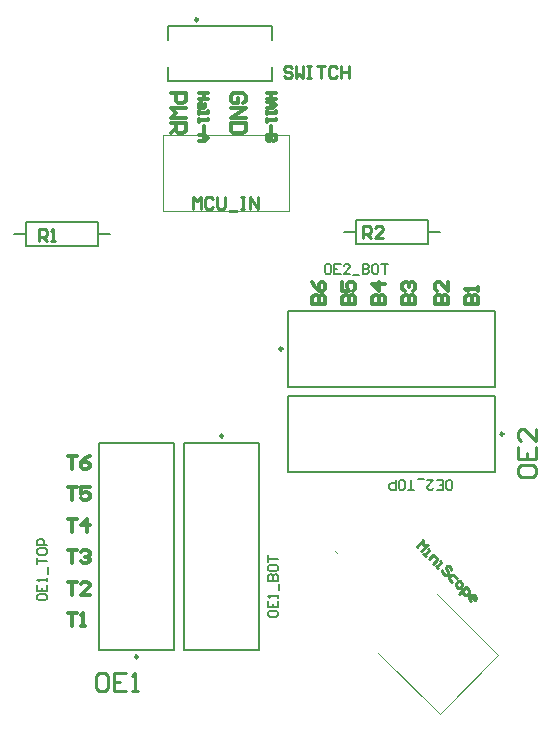
<source format=gbr>
%TF.GenerationSoftware,Altium Limited,Altium Designer,23.3.1 (30)*%
G04 Layer_Color=65535*
%FSLAX45Y45*%
%MOMM*%
%TF.SameCoordinates,3FCD108A-851F-4062-9BED-621BEB009867*%
%TF.FilePolarity,Positive*%
%TF.FileFunction,Legend,Top*%
%TF.Part,Single*%
G01*
G75*
%TA.AperFunction,NonConductor*%
%ADD40C,0.25000*%
%ADD41C,0.20000*%
%ADD42C,0.25400*%
%ADD43C,0.30000*%
%ADD52C,0.10000*%
%ADD53C,0.30480*%
D40*
X4743299Y6764500D02*
G03*
X4743299Y6764500I-12500J0D01*
G01*
X7328816Y3256176D02*
G03*
X7328816Y3256176I-12500J0D01*
G01*
X5458816Y3978490D02*
G03*
X5458816Y3978490I-12500J0D01*
G01*
X4233876Y1370484D02*
G03*
X4233876Y1370484I-12500J0D01*
G01*
X4956191Y3240484D02*
G03*
X4956191Y3240484I-12500J0D01*
G01*
D41*
X5912559Y2258403D02*
G03*
X5919630Y2251332I3535J-3535D01*
G01*
D02*
G03*
X5912559Y2258403I-3535J3535D01*
G01*
D02*
G03*
X5919630Y2251332I3535J-3535D01*
G01*
X6083299Y5067299D02*
X6083300Y4864100D01*
X6083299Y5067299D02*
X6692900Y5067300D01*
X6692901Y4864101D01*
X6083300Y4864100D02*
X6692901Y4864101D01*
X5981699Y4965701D02*
X6083300Y4965700D01*
X6692900D02*
X6794501Y4965699D01*
X4490800Y6361999D02*
X4490800Y6242000D01*
X5370800D01*
X5370800Y6362000D01*
X4490800Y6712000D02*
X4490800Y6592000D01*
X5370799Y6592000D02*
X5370800Y6712000D01*
X4490800Y6712000D02*
X5370800Y6712000D01*
X3289299Y5054599D02*
X3289300Y4851400D01*
X3289299Y5054599D02*
X3898900Y5054600D01*
X3898901Y4851401D01*
X3289300Y4851400D02*
X3898901Y4851401D01*
X3187699Y4953001D02*
X3289300Y4953000D01*
X3898900D02*
X4000501Y4952999D01*
X5506316Y3576176D02*
X7256316Y3576176D01*
X7256315Y2936175D02*
X7256316Y3576176D01*
X5506316Y2936176D02*
X7256315Y2936175D01*
X5506316Y2936176D02*
Y3576176D01*
X5506316Y3658490D02*
X7256316Y3658491D01*
X5506316Y4298491D02*
X5506316Y3658490D01*
X5506316Y4298491D02*
X7256316D01*
X7256316Y3658491D01*
X4541376Y1430484D02*
X4541376Y3180484D01*
X3901375Y1430485D02*
X4541376Y1430484D01*
X3901375Y1430485D02*
Y3180484D01*
X4541376Y3180484D01*
X4623691Y1430484D02*
Y3180484D01*
X5263691D01*
Y1430484D02*
Y3180484D01*
X4623691Y1430484D02*
X5263691D01*
X6855993Y2785448D02*
X6882651D01*
X6895980Y2798777D01*
Y2852093D01*
X6882651Y2865423D01*
X6855993D01*
X6842664Y2852093D01*
Y2798777D01*
X6855993Y2785448D01*
X6762690D02*
X6816006D01*
Y2865423D01*
X6762690D01*
X6816006Y2825435D02*
X6789348D01*
X6682716Y2865423D02*
X6736032D01*
X6682716Y2812106D01*
Y2798777D01*
X6696045Y2785448D01*
X6722703D01*
X6736032Y2798777D01*
X6656058Y2878752D02*
X6602741D01*
X6576083Y2785448D02*
X6522767D01*
X6549425D01*
Y2865423D01*
X6456122Y2785448D02*
X6482780D01*
X6496109Y2798777D01*
Y2852093D01*
X6482780Y2865423D01*
X6456122D01*
X6442793Y2852093D01*
Y2798777D01*
X6456122Y2785448D01*
X6416135Y2865423D02*
Y2785448D01*
X6376148D01*
X6362819Y2798777D01*
Y2825435D01*
X6376148Y2838764D01*
X6416135D01*
X5856707Y4694852D02*
X5830049D01*
X5816719Y4681523D01*
Y4628207D01*
X5830049Y4614877D01*
X5856707D01*
X5870036Y4628207D01*
Y4681523D01*
X5856707Y4694852D01*
X5950010D02*
X5896694D01*
Y4614877D01*
X5950010D01*
X5896694Y4654865D02*
X5923352D01*
X6029984Y4614877D02*
X5976668D01*
X6029984Y4668194D01*
Y4681523D01*
X6016655Y4694852D01*
X5989997D01*
X5976668Y4681523D01*
X6056642Y4601548D02*
X6109958D01*
X6136616Y4694852D02*
Y4614877D01*
X6176603D01*
X6189932Y4628207D01*
Y4641536D01*
X6176603Y4654865D01*
X6136616D01*
X6176603D01*
X6189932Y4668194D01*
Y4681523D01*
X6176603Y4694852D01*
X6136616D01*
X6256578D02*
X6229919D01*
X6216590Y4681523D01*
Y4628207D01*
X6229919Y4614877D01*
X6256578D01*
X6269906Y4628207D01*
Y4681523D01*
X6256578Y4694852D01*
X6296564D02*
X6349881D01*
X6323223D01*
Y4614877D01*
X3382348Y1888271D02*
Y1861613D01*
X3395677Y1848284D01*
X3448993D01*
X3462322Y1861613D01*
Y1888271D01*
X3448993Y1901600D01*
X3395677D01*
X3382348Y1888271D01*
Y1981574D02*
Y1928258D01*
X3462322D01*
Y1981574D01*
X3422335Y1928258D02*
Y1954916D01*
X3462322Y2008232D02*
Y2034891D01*
Y2021562D01*
X3382348D01*
X3395677Y2008232D01*
X3475651Y2074878D02*
Y2128194D01*
X3382348Y2154852D02*
Y2208168D01*
Y2181510D01*
X3462322D01*
X3382348Y2274813D02*
Y2248155D01*
X3395677Y2234826D01*
X3448993D01*
X3462322Y2248155D01*
Y2274813D01*
X3448993Y2288142D01*
X3395677D01*
X3382348Y2274813D01*
X3462322Y2314800D02*
X3382348D01*
Y2354788D01*
X3395677Y2368116D01*
X3422335D01*
X3435664Y2354788D01*
Y2314800D01*
X5338148Y1748571D02*
Y1721913D01*
X5351477Y1708584D01*
X5404793D01*
X5418122Y1721913D01*
Y1748571D01*
X5404793Y1761900D01*
X5351477D01*
X5338148Y1748571D01*
Y1841874D02*
Y1788558D01*
X5418122D01*
Y1841874D01*
X5378135Y1788558D02*
Y1815216D01*
X5418122Y1868532D02*
Y1895191D01*
Y1881862D01*
X5338148D01*
X5351477Y1868532D01*
X5431451Y1935178D02*
Y1988494D01*
X5338148Y2015152D02*
X5418122D01*
Y2055139D01*
X5404793Y2068468D01*
X5391464D01*
X5378135Y2055139D01*
Y2015152D01*
Y2055139D01*
X5364806Y2068468D01*
X5351477D01*
X5338148Y2055139D01*
Y2015152D01*
Y2135113D02*
Y2108455D01*
X5351477Y2095126D01*
X5404793D01*
X5418122Y2108455D01*
Y2135113D01*
X5404793Y2148442D01*
X5351477D01*
X5338148Y2135113D01*
Y2175100D02*
Y2228416D01*
Y2201758D01*
X5418122D01*
D42*
X7451288Y2967719D02*
Y2916935D01*
X7476680Y2891543D01*
X7578247D01*
X7603639Y2916935D01*
Y2967719D01*
X7578247Y2993111D01*
X7476680D01*
X7451288Y2967719D01*
Y3145461D02*
Y3043894D01*
X7603639D01*
Y3145461D01*
X7527463Y3043894D02*
Y3094678D01*
X7603639Y3297812D02*
Y3196245D01*
X7502072Y3297812D01*
X7476680D01*
X7451288Y3272420D01*
Y3221637D01*
X7476680Y3196245D01*
X3958311Y1235511D02*
X3907528D01*
X3882136Y1210120D01*
Y1108553D01*
X3907528Y1083161D01*
X3958311D01*
X3983703Y1108553D01*
Y1210120D01*
X3958311Y1235511D01*
X4136054D02*
X4034486D01*
Y1083161D01*
X4136054D01*
X4034486Y1159336D02*
X4085270D01*
X4186837Y1083161D02*
X4237621D01*
X4212229D01*
Y1235511D01*
X4186837Y1210120D01*
X5535334Y6357922D02*
X5518672Y6374584D01*
X5485350D01*
X5468689Y6357922D01*
Y6341261D01*
X5485350Y6324600D01*
X5518672D01*
X5535334Y6307938D01*
Y6291277D01*
X5518672Y6274616D01*
X5485350D01*
X5468689Y6291277D01*
X5568656Y6374584D02*
Y6274616D01*
X5601979Y6307938D01*
X5635301Y6274616D01*
Y6374584D01*
X5668624D02*
X5701947D01*
X5685286D01*
Y6274616D01*
X5668624D01*
X5701947D01*
X5751931Y6374584D02*
X5818576D01*
X5785253D01*
Y6274616D01*
X5918543Y6357922D02*
X5901882Y6374584D01*
X5868560D01*
X5851898Y6357922D01*
Y6291277D01*
X5868560Y6274616D01*
X5901882D01*
X5918543Y6291277D01*
X5951866Y6374584D02*
Y6274616D01*
Y6324600D01*
X6018511D01*
Y6374584D01*
Y6274616D01*
X6595176Y2301408D02*
X6651726Y2357958D01*
Y2320258D01*
X6689426D01*
X6632876Y2263708D01*
X6651726Y2244858D02*
X6670576Y2226008D01*
X6661151Y2235433D01*
X6698851Y2273133D01*
X6689426Y2282558D01*
X6698851Y2197732D02*
X6736551Y2235433D01*
X6764827Y2207157D01*
Y2188308D01*
X6736551Y2160032D01*
X6755402Y2141182D02*
X6774252Y2122332D01*
X6764827Y2131757D01*
X6802527Y2169457D01*
X6793102Y2178882D01*
X6887352Y2103482D02*
Y2122332D01*
X6868502Y2141182D01*
X6849652D01*
X6840227Y2131757D01*
X6840227Y2112907D01*
X6859077Y2094057D01*
X6859077Y2075207D01*
X6849652Y2065782D01*
X6830802D01*
X6811952Y2084632D01*
Y2103482D01*
X6934477Y2037507D02*
X6906202Y2065782D01*
X6887352D01*
X6868502Y2046932D01*
Y2028082D01*
X6896777Y1999807D01*
X6925052Y1971531D02*
X6943903Y1952681D01*
X6962753Y1952681D01*
X6981603Y1971531D01*
Y1990381D01*
X6962753Y2009231D01*
X6943903D01*
X6925052Y1990382D01*
Y1971531D01*
X6953327Y1905556D02*
X7009878Y1962106D01*
X7038153Y1933831D01*
Y1914981D01*
X7019303Y1896131D01*
X7000453Y1896131D01*
X6972178Y1924406D01*
X7057003Y1839581D02*
X7038153Y1858431D01*
Y1877281D01*
X7057003Y1896131D01*
X7075853Y1896131D01*
X7094703Y1877281D01*
Y1858431D01*
X7085278Y1849006D01*
X7047578Y1886706D01*
X6139694Y4918877D02*
Y5018845D01*
X6189678D01*
X6206339Y5002184D01*
Y4968861D01*
X6189678Y4952200D01*
X6139694D01*
X6173017D02*
X6206339Y4918877D01*
X6306307D02*
X6239662D01*
X6306307Y4985522D01*
Y5002184D01*
X6289646Y5018845D01*
X6256323D01*
X6239662Y5002184D01*
X3400455Y4890316D02*
Y4990284D01*
X3450439D01*
X3467100Y4973623D01*
Y4940300D01*
X3450439Y4923639D01*
X3400455D01*
X3433777D02*
X3467100Y4890316D01*
X3500423D02*
X3533745D01*
X3517084D01*
Y4990284D01*
X3500423Y4973623D01*
X4703489Y5165347D02*
Y5265315D01*
X4736811Y5231992D01*
X4770134Y5265315D01*
Y5165347D01*
X4870102Y5248653D02*
X4853440Y5265315D01*
X4820118D01*
X4803456Y5248653D01*
Y5182008D01*
X4820118Y5165347D01*
X4853440D01*
X4870102Y5182008D01*
X4903424Y5265315D02*
Y5182008D01*
X4920086Y5165347D01*
X4953408D01*
X4970069Y5182008D01*
Y5265315D01*
X5003392Y5148685D02*
X5070037D01*
X5103360Y5265315D02*
X5136682D01*
X5120021D01*
Y5165347D01*
X5103360D01*
X5136682D01*
X5186666D02*
Y5265315D01*
X5253311Y5165347D01*
Y5265315D01*
D43*
X6752000Y4358270D02*
X6861965D01*
Y4413252D01*
X6843637Y4431580D01*
X6825310D01*
X6806982Y4413252D01*
Y4358270D01*
Y4413252D01*
X6788655Y4431580D01*
X6770328D01*
X6752000Y4413252D01*
Y4358270D01*
X6861965Y4541544D02*
Y4468234D01*
X6788655Y4541544D01*
X6770328D01*
X6752000Y4523217D01*
Y4486562D01*
X6770328Y4468234D01*
X3641532Y2805788D02*
X3714842D01*
X3678187D01*
Y2695823D01*
X3824806Y2805788D02*
X3751497D01*
Y2750806D01*
X3788151Y2769133D01*
X3806479D01*
X3824806Y2750806D01*
Y2714151D01*
X3806479Y2695823D01*
X3769824D01*
X3751497Y2714151D01*
X3641531Y3072489D02*
X3714841D01*
X3678186D01*
Y2962525D01*
X3824805Y3072489D02*
X3788150Y3054162D01*
X3751496Y3017507D01*
Y2980852D01*
X3769823Y2962525D01*
X3806478D01*
X3824805Y2980852D01*
Y2999179D01*
X3806478Y3017507D01*
X3751496D01*
X3641532Y2272388D02*
X3714842D01*
X3678187D01*
Y2162424D01*
X3751496Y2254061D02*
X3769824Y2272388D01*
X3806479D01*
X3824806Y2254061D01*
Y2235734D01*
X3806479Y2217406D01*
X3788151D01*
X3806479D01*
X3824806Y2199079D01*
Y2180751D01*
X3806479Y2162424D01*
X3769824D01*
X3751496Y2180751D01*
X3641532Y2005689D02*
X3714842D01*
X3678187D01*
Y1895724D01*
X3824806D02*
X3751496D01*
X3824806Y1969034D01*
Y1987362D01*
X3806479Y2005689D01*
X3769824D01*
X3751496Y1987362D01*
X3641532Y2539088D02*
X3714841D01*
X3678186D01*
Y2429124D01*
X3806479D02*
Y2539088D01*
X3751496Y2484106D01*
X3824806D01*
X3641530Y1738989D02*
X3714840D01*
X3678185D01*
Y1629025D01*
X3751495D02*
X3788150D01*
X3769822D01*
Y1738989D01*
X3751495Y1720662D01*
X7007687Y4358270D02*
X7117652D01*
Y4413252D01*
X7099324Y4431579D01*
X7080997D01*
X7062669Y4413252D01*
Y4358270D01*
Y4413252D01*
X7044342Y4431579D01*
X7026014D01*
X7007687Y4413252D01*
Y4358270D01*
X7117652Y4468234D02*
Y4504889D01*
Y4486562D01*
X7007687D01*
X7026014Y4468234D01*
X5965429Y4358270D02*
X6075393D01*
Y4413252D01*
X6057066Y4431580D01*
X6038739D01*
X6020411Y4413252D01*
Y4358270D01*
Y4413252D01*
X6002084Y4431580D01*
X5983756D01*
X5965429Y4413252D01*
Y4358270D01*
Y4541544D02*
Y4468234D01*
X6020411D01*
X6002084Y4504889D01*
Y4523217D01*
X6020411Y4541544D01*
X6057066D01*
X6075393Y4523217D01*
Y4486562D01*
X6057066Y4468234D01*
X5711214Y4358270D02*
X5821178D01*
Y4413252D01*
X5802851Y4431579D01*
X5784524D01*
X5766196Y4413252D01*
Y4358270D01*
Y4413252D01*
X5747869Y4431579D01*
X5729541D01*
X5711214Y4413252D01*
Y4358270D01*
Y4541544D02*
X5729541Y4504889D01*
X5766196Y4468234D01*
X5802851D01*
X5821178Y4486562D01*
Y4523217D01*
X5802851Y4541544D01*
X5784524D01*
X5766196Y4523217D01*
Y4468234D01*
X6219644Y4358270D02*
X6329608D01*
Y4413252D01*
X6311281Y4431579D01*
X6292954D01*
X6274626Y4413252D01*
Y4358270D01*
Y4413252D01*
X6256299Y4431579D01*
X6237971D01*
X6219644Y4413252D01*
Y4358270D01*
X6329608Y4523217D02*
X6219644D01*
X6274626Y4468234D01*
Y4541544D01*
X6473858Y4358270D02*
X6583822D01*
Y4413252D01*
X6565495Y4431580D01*
X6547168D01*
X6528840Y4413252D01*
Y4358270D01*
Y4413252D01*
X6510513Y4431580D01*
X6492185D01*
X6473858Y4413252D01*
Y4358270D01*
X6492185Y4468234D02*
X6473858Y4486562D01*
Y4523217D01*
X6492185Y4541544D01*
X6510513D01*
X6528840Y4523217D01*
Y4504889D01*
Y4523217D01*
X6547168Y4541544D01*
X6565495D01*
X6583822Y4523217D01*
Y4486562D01*
X6565495Y4468234D01*
D52*
X4447400Y5791575D02*
X4447400Y5141573D01*
X5509400Y5141574D01*
X5509400Y5791574D01*
X4447400Y5791575D02*
X5509400Y5791574D01*
X6269647Y1406339D02*
X6789372Y886617D01*
X7284347Y1381592D01*
X6764621Y1901316D02*
X7284347Y1381592D01*
D53*
X4513580Y6141720D02*
X4640539D01*
Y6078240D01*
X4619379Y6057080D01*
X4577060D01*
X4555900Y6078240D01*
Y6141720D01*
X4640539Y6014761D02*
X4513580D01*
X4555900Y5972441D01*
X4513580Y5930121D01*
X4640539D01*
X4513580Y5887802D02*
X4640539D01*
Y5824323D01*
X4619379Y5803163D01*
X4577060D01*
X4555900Y5824323D01*
Y5887802D01*
Y5845482D02*
X4513580Y5803163D01*
X5402555Y6141720D02*
X5326380D01*
X5364468D01*
Y6090936D01*
X5402555D01*
X5326380D01*
Y6065544D02*
X5377163D01*
X5402555Y6040153D01*
X5377163Y6014761D01*
X5326380D01*
X5364468D01*
Y6065544D01*
X5326380Y5989369D02*
Y5963977D01*
Y5976673D01*
X5402555D01*
Y5989369D01*
X5326380Y5925890D02*
Y5900498D01*
Y5913194D01*
X5402555D01*
Y5925890D01*
X5364468Y5862410D02*
Y5811627D01*
X5402555Y5786235D02*
X5326380D01*
Y5748147D01*
X5339076Y5735451D01*
X5351772D01*
X5364468Y5748147D01*
Y5786235D01*
Y5748147D01*
X5377163Y5735451D01*
X5389859D01*
X5402555Y5748147D01*
Y5786235D01*
X5127379Y6057080D02*
X5148539Y6078240D01*
Y6120560D01*
X5127379Y6141720D01*
X5042740D01*
X5021580Y6120560D01*
Y6078240D01*
X5042740Y6057080D01*
X5085060D01*
Y6099400D01*
X5021580Y6014761D02*
X5148539D01*
X5021580Y5930121D01*
X5148539D01*
Y5887802D02*
X5021580D01*
Y5824323D01*
X5042740Y5803163D01*
X5127379D01*
X5148539Y5824323D01*
Y5887802D01*
X4831055Y6141720D02*
X4754880D01*
X4792968D01*
Y6090937D01*
X4831055D01*
X4754880D01*
X4805663Y6052849D02*
Y6027457D01*
X4792968Y6014761D01*
X4754880D01*
Y6052849D01*
X4767576Y6065545D01*
X4780272Y6052849D01*
Y6014761D01*
X4754880Y5989369D02*
Y5963977D01*
Y5976673D01*
X4831055D01*
Y5989369D01*
X4754880Y5925890D02*
Y5900498D01*
Y5913194D01*
X4831055D01*
Y5925890D01*
X4792968Y5862410D02*
Y5811627D01*
X4754880Y5786235D02*
X4805663D01*
X4831055Y5760843D01*
X4805663Y5735452D01*
X4754880D01*
X4792968D01*
Y5786235D01*
%TF.MD5,1cac4f22d0d7b8992ba0da7edb3e8426*%
M02*

</source>
